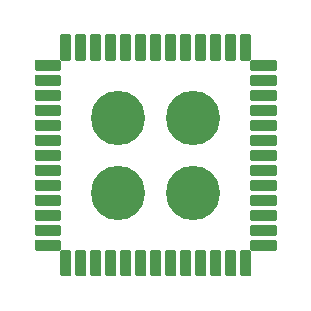
<source format=gbr>
G04 #@! TF.GenerationSoftware,KiCad,Pcbnew,(5.1.9)-1*
G04 #@! TF.CreationDate,2021-05-18T14:16:41+01:00*
G04 #@! TF.ProjectId,RGBtoHDMI Amiga Denise PLCC SMT Breakout FFC,52474274-6f48-4444-9d49-20416d696761,1*
G04 #@! TF.SameCoordinates,Original*
G04 #@! TF.FileFunction,Soldermask,Bot*
G04 #@! TF.FilePolarity,Negative*
%FSLAX46Y46*%
G04 Gerber Fmt 4.6, Leading zero omitted, Abs format (unit mm)*
G04 Created by KiCad (PCBNEW (5.1.9)-1) date 2021-05-18 14:16:41*
%MOMM*%
%LPD*%
G01*
G04 APERTURE LIST*
%ADD10C,4.600000*%
G04 APERTURE END LIST*
D10*
X168529000Y-72898000D03*
X168529000Y-66548000D03*
X162179000Y-72898000D03*
X162179000Y-66548000D03*
G36*
G01*
X155109000Y-77693000D02*
X155109000Y-76993000D01*
G75*
G02*
X155259000Y-76843000I150000J0D01*
G01*
X157184000Y-76843000D01*
G75*
G02*
X157334000Y-76993000I0J-150000D01*
G01*
X157334000Y-77693000D01*
G75*
G02*
X157184000Y-77843000I-150000J0D01*
G01*
X155259000Y-77843000D01*
G75*
G02*
X155109000Y-77693000I0J150000D01*
G01*
G37*
G36*
G01*
X155109000Y-76423000D02*
X155109000Y-75723000D01*
G75*
G02*
X155259000Y-75573000I150000J0D01*
G01*
X157184000Y-75573000D01*
G75*
G02*
X157334000Y-75723000I0J-150000D01*
G01*
X157334000Y-76423000D01*
G75*
G02*
X157184000Y-76573000I-150000J0D01*
G01*
X155259000Y-76573000D01*
G75*
G02*
X155109000Y-76423000I0J150000D01*
G01*
G37*
G36*
G01*
X155109000Y-75153000D02*
X155109000Y-74453000D01*
G75*
G02*
X155259000Y-74303000I150000J0D01*
G01*
X157184000Y-74303000D01*
G75*
G02*
X157334000Y-74453000I0J-150000D01*
G01*
X157334000Y-75153000D01*
G75*
G02*
X157184000Y-75303000I-150000J0D01*
G01*
X155259000Y-75303000D01*
G75*
G02*
X155109000Y-75153000I0J150000D01*
G01*
G37*
G36*
G01*
X155109000Y-73883000D02*
X155109000Y-73183000D01*
G75*
G02*
X155259000Y-73033000I150000J0D01*
G01*
X157184000Y-73033000D01*
G75*
G02*
X157334000Y-73183000I0J-150000D01*
G01*
X157334000Y-73883000D01*
G75*
G02*
X157184000Y-74033000I-150000J0D01*
G01*
X155259000Y-74033000D01*
G75*
G02*
X155109000Y-73883000I0J150000D01*
G01*
G37*
G36*
G01*
X155109000Y-72613000D02*
X155109000Y-71913000D01*
G75*
G02*
X155259000Y-71763000I150000J0D01*
G01*
X157184000Y-71763000D01*
G75*
G02*
X157334000Y-71913000I0J-150000D01*
G01*
X157334000Y-72613000D01*
G75*
G02*
X157184000Y-72763000I-150000J0D01*
G01*
X155259000Y-72763000D01*
G75*
G02*
X155109000Y-72613000I0J150000D01*
G01*
G37*
G36*
G01*
X155109000Y-71343000D02*
X155109000Y-70643000D01*
G75*
G02*
X155259000Y-70493000I150000J0D01*
G01*
X157184000Y-70493000D01*
G75*
G02*
X157334000Y-70643000I0J-150000D01*
G01*
X157334000Y-71343000D01*
G75*
G02*
X157184000Y-71493000I-150000J0D01*
G01*
X155259000Y-71493000D01*
G75*
G02*
X155109000Y-71343000I0J150000D01*
G01*
G37*
G36*
G01*
X155109000Y-70073000D02*
X155109000Y-69373000D01*
G75*
G02*
X155259000Y-69223000I150000J0D01*
G01*
X157184000Y-69223000D01*
G75*
G02*
X157334000Y-69373000I0J-150000D01*
G01*
X157334000Y-70073000D01*
G75*
G02*
X157184000Y-70223000I-150000J0D01*
G01*
X155259000Y-70223000D01*
G75*
G02*
X155109000Y-70073000I0J150000D01*
G01*
G37*
G36*
G01*
X155109000Y-68803000D02*
X155109000Y-68103000D01*
G75*
G02*
X155259000Y-67953000I150000J0D01*
G01*
X157184000Y-67953000D01*
G75*
G02*
X157334000Y-68103000I0J-150000D01*
G01*
X157334000Y-68803000D01*
G75*
G02*
X157184000Y-68953000I-150000J0D01*
G01*
X155259000Y-68953000D01*
G75*
G02*
X155109000Y-68803000I0J150000D01*
G01*
G37*
G36*
G01*
X155109000Y-67533000D02*
X155109000Y-66833000D01*
G75*
G02*
X155259000Y-66683000I150000J0D01*
G01*
X157184000Y-66683000D01*
G75*
G02*
X157334000Y-66833000I0J-150000D01*
G01*
X157334000Y-67533000D01*
G75*
G02*
X157184000Y-67683000I-150000J0D01*
G01*
X155259000Y-67683000D01*
G75*
G02*
X155109000Y-67533000I0J150000D01*
G01*
G37*
G36*
G01*
X155109000Y-66263000D02*
X155109000Y-65563000D01*
G75*
G02*
X155259000Y-65413000I150000J0D01*
G01*
X157184000Y-65413000D01*
G75*
G02*
X157334000Y-65563000I0J-150000D01*
G01*
X157334000Y-66263000D01*
G75*
G02*
X157184000Y-66413000I-150000J0D01*
G01*
X155259000Y-66413000D01*
G75*
G02*
X155109000Y-66263000I0J150000D01*
G01*
G37*
G36*
G01*
X155109000Y-64993000D02*
X155109000Y-64293000D01*
G75*
G02*
X155259000Y-64143000I150000J0D01*
G01*
X157184000Y-64143000D01*
G75*
G02*
X157334000Y-64293000I0J-150000D01*
G01*
X157334000Y-64993000D01*
G75*
G02*
X157184000Y-65143000I-150000J0D01*
G01*
X155259000Y-65143000D01*
G75*
G02*
X155109000Y-64993000I0J150000D01*
G01*
G37*
G36*
G01*
X155109000Y-63723000D02*
X155109000Y-63023000D01*
G75*
G02*
X155259000Y-62873000I150000J0D01*
G01*
X157184000Y-62873000D01*
G75*
G02*
X157334000Y-63023000I0J-150000D01*
G01*
X157334000Y-63723000D01*
G75*
G02*
X157184000Y-63873000I-150000J0D01*
G01*
X155259000Y-63873000D01*
G75*
G02*
X155109000Y-63723000I0J150000D01*
G01*
G37*
G36*
G01*
X155109000Y-62453000D02*
X155109000Y-61753000D01*
G75*
G02*
X155259000Y-61603000I150000J0D01*
G01*
X157184000Y-61603000D01*
G75*
G02*
X157334000Y-61753000I0J-150000D01*
G01*
X157334000Y-62453000D01*
G75*
G02*
X157184000Y-62603000I-150000J0D01*
G01*
X155259000Y-62603000D01*
G75*
G02*
X155109000Y-62453000I0J150000D01*
G01*
G37*
G36*
G01*
X157234000Y-61553000D02*
X157234000Y-59628000D01*
G75*
G02*
X157384000Y-59478000I150000J0D01*
G01*
X158084000Y-59478000D01*
G75*
G02*
X158234000Y-59628000I0J-150000D01*
G01*
X158234000Y-61553000D01*
G75*
G02*
X158084000Y-61703000I-150000J0D01*
G01*
X157384000Y-61703000D01*
G75*
G02*
X157234000Y-61553000I0J150000D01*
G01*
G37*
G36*
G01*
X158504000Y-61553000D02*
X158504000Y-59628000D01*
G75*
G02*
X158654000Y-59478000I150000J0D01*
G01*
X159354000Y-59478000D01*
G75*
G02*
X159504000Y-59628000I0J-150000D01*
G01*
X159504000Y-61553000D01*
G75*
G02*
X159354000Y-61703000I-150000J0D01*
G01*
X158654000Y-61703000D01*
G75*
G02*
X158504000Y-61553000I0J150000D01*
G01*
G37*
G36*
G01*
X159774000Y-61553000D02*
X159774000Y-59628000D01*
G75*
G02*
X159924000Y-59478000I150000J0D01*
G01*
X160624000Y-59478000D01*
G75*
G02*
X160774000Y-59628000I0J-150000D01*
G01*
X160774000Y-61553000D01*
G75*
G02*
X160624000Y-61703000I-150000J0D01*
G01*
X159924000Y-61703000D01*
G75*
G02*
X159774000Y-61553000I0J150000D01*
G01*
G37*
G36*
G01*
X161044000Y-61553000D02*
X161044000Y-59628000D01*
G75*
G02*
X161194000Y-59478000I150000J0D01*
G01*
X161894000Y-59478000D01*
G75*
G02*
X162044000Y-59628000I0J-150000D01*
G01*
X162044000Y-61553000D01*
G75*
G02*
X161894000Y-61703000I-150000J0D01*
G01*
X161194000Y-61703000D01*
G75*
G02*
X161044000Y-61553000I0J150000D01*
G01*
G37*
G36*
G01*
X162314000Y-61553000D02*
X162314000Y-59628000D01*
G75*
G02*
X162464000Y-59478000I150000J0D01*
G01*
X163164000Y-59478000D01*
G75*
G02*
X163314000Y-59628000I0J-150000D01*
G01*
X163314000Y-61553000D01*
G75*
G02*
X163164000Y-61703000I-150000J0D01*
G01*
X162464000Y-61703000D01*
G75*
G02*
X162314000Y-61553000I0J150000D01*
G01*
G37*
G36*
G01*
X163584000Y-61553000D02*
X163584000Y-59628000D01*
G75*
G02*
X163734000Y-59478000I150000J0D01*
G01*
X164434000Y-59478000D01*
G75*
G02*
X164584000Y-59628000I0J-150000D01*
G01*
X164584000Y-61553000D01*
G75*
G02*
X164434000Y-61703000I-150000J0D01*
G01*
X163734000Y-61703000D01*
G75*
G02*
X163584000Y-61553000I0J150000D01*
G01*
G37*
G36*
G01*
X164854000Y-61553000D02*
X164854000Y-59628000D01*
G75*
G02*
X165004000Y-59478000I150000J0D01*
G01*
X165704000Y-59478000D01*
G75*
G02*
X165854000Y-59628000I0J-150000D01*
G01*
X165854000Y-61553000D01*
G75*
G02*
X165704000Y-61703000I-150000J0D01*
G01*
X165004000Y-61703000D01*
G75*
G02*
X164854000Y-61553000I0J150000D01*
G01*
G37*
G36*
G01*
X166124000Y-61553000D02*
X166124000Y-59628000D01*
G75*
G02*
X166274000Y-59478000I150000J0D01*
G01*
X166974000Y-59478000D01*
G75*
G02*
X167124000Y-59628000I0J-150000D01*
G01*
X167124000Y-61553000D01*
G75*
G02*
X166974000Y-61703000I-150000J0D01*
G01*
X166274000Y-61703000D01*
G75*
G02*
X166124000Y-61553000I0J150000D01*
G01*
G37*
G36*
G01*
X167394000Y-61553000D02*
X167394000Y-59628000D01*
G75*
G02*
X167544000Y-59478000I150000J0D01*
G01*
X168244000Y-59478000D01*
G75*
G02*
X168394000Y-59628000I0J-150000D01*
G01*
X168394000Y-61553000D01*
G75*
G02*
X168244000Y-61703000I-150000J0D01*
G01*
X167544000Y-61703000D01*
G75*
G02*
X167394000Y-61553000I0J150000D01*
G01*
G37*
G36*
G01*
X168664000Y-61553000D02*
X168664000Y-59628000D01*
G75*
G02*
X168814000Y-59478000I150000J0D01*
G01*
X169514000Y-59478000D01*
G75*
G02*
X169664000Y-59628000I0J-150000D01*
G01*
X169664000Y-61553000D01*
G75*
G02*
X169514000Y-61703000I-150000J0D01*
G01*
X168814000Y-61703000D01*
G75*
G02*
X168664000Y-61553000I0J150000D01*
G01*
G37*
G36*
G01*
X169934000Y-61553000D02*
X169934000Y-59628000D01*
G75*
G02*
X170084000Y-59478000I150000J0D01*
G01*
X170784000Y-59478000D01*
G75*
G02*
X170934000Y-59628000I0J-150000D01*
G01*
X170934000Y-61553000D01*
G75*
G02*
X170784000Y-61703000I-150000J0D01*
G01*
X170084000Y-61703000D01*
G75*
G02*
X169934000Y-61553000I0J150000D01*
G01*
G37*
G36*
G01*
X171204000Y-61553000D02*
X171204000Y-59628000D01*
G75*
G02*
X171354000Y-59478000I150000J0D01*
G01*
X172054000Y-59478000D01*
G75*
G02*
X172204000Y-59628000I0J-150000D01*
G01*
X172204000Y-61553000D01*
G75*
G02*
X172054000Y-61703000I-150000J0D01*
G01*
X171354000Y-61703000D01*
G75*
G02*
X171204000Y-61553000I0J150000D01*
G01*
G37*
G36*
G01*
X172474000Y-61553000D02*
X172474000Y-59628000D01*
G75*
G02*
X172624000Y-59478000I150000J0D01*
G01*
X173324000Y-59478000D01*
G75*
G02*
X173474000Y-59628000I0J-150000D01*
G01*
X173474000Y-61553000D01*
G75*
G02*
X173324000Y-61703000I-150000J0D01*
G01*
X172624000Y-61703000D01*
G75*
G02*
X172474000Y-61553000I0J150000D01*
G01*
G37*
G36*
G01*
X173374000Y-62453000D02*
X173374000Y-61753000D01*
G75*
G02*
X173524000Y-61603000I150000J0D01*
G01*
X175449000Y-61603000D01*
G75*
G02*
X175599000Y-61753000I0J-150000D01*
G01*
X175599000Y-62453000D01*
G75*
G02*
X175449000Y-62603000I-150000J0D01*
G01*
X173524000Y-62603000D01*
G75*
G02*
X173374000Y-62453000I0J150000D01*
G01*
G37*
G36*
G01*
X173374000Y-63723000D02*
X173374000Y-63023000D01*
G75*
G02*
X173524000Y-62873000I150000J0D01*
G01*
X175449000Y-62873000D01*
G75*
G02*
X175599000Y-63023000I0J-150000D01*
G01*
X175599000Y-63723000D01*
G75*
G02*
X175449000Y-63873000I-150000J0D01*
G01*
X173524000Y-63873000D01*
G75*
G02*
X173374000Y-63723000I0J150000D01*
G01*
G37*
G36*
G01*
X173374000Y-64993000D02*
X173374000Y-64293000D01*
G75*
G02*
X173524000Y-64143000I150000J0D01*
G01*
X175449000Y-64143000D01*
G75*
G02*
X175599000Y-64293000I0J-150000D01*
G01*
X175599000Y-64993000D01*
G75*
G02*
X175449000Y-65143000I-150000J0D01*
G01*
X173524000Y-65143000D01*
G75*
G02*
X173374000Y-64993000I0J150000D01*
G01*
G37*
G36*
G01*
X173374000Y-66263000D02*
X173374000Y-65563000D01*
G75*
G02*
X173524000Y-65413000I150000J0D01*
G01*
X175449000Y-65413000D01*
G75*
G02*
X175599000Y-65563000I0J-150000D01*
G01*
X175599000Y-66263000D01*
G75*
G02*
X175449000Y-66413000I-150000J0D01*
G01*
X173524000Y-66413000D01*
G75*
G02*
X173374000Y-66263000I0J150000D01*
G01*
G37*
G36*
G01*
X173374000Y-67533000D02*
X173374000Y-66833000D01*
G75*
G02*
X173524000Y-66683000I150000J0D01*
G01*
X175449000Y-66683000D01*
G75*
G02*
X175599000Y-66833000I0J-150000D01*
G01*
X175599000Y-67533000D01*
G75*
G02*
X175449000Y-67683000I-150000J0D01*
G01*
X173524000Y-67683000D01*
G75*
G02*
X173374000Y-67533000I0J150000D01*
G01*
G37*
G36*
G01*
X173374000Y-68803000D02*
X173374000Y-68103000D01*
G75*
G02*
X173524000Y-67953000I150000J0D01*
G01*
X175449000Y-67953000D01*
G75*
G02*
X175599000Y-68103000I0J-150000D01*
G01*
X175599000Y-68803000D01*
G75*
G02*
X175449000Y-68953000I-150000J0D01*
G01*
X173524000Y-68953000D01*
G75*
G02*
X173374000Y-68803000I0J150000D01*
G01*
G37*
G36*
G01*
X173374000Y-70073000D02*
X173374000Y-69373000D01*
G75*
G02*
X173524000Y-69223000I150000J0D01*
G01*
X175449000Y-69223000D01*
G75*
G02*
X175599000Y-69373000I0J-150000D01*
G01*
X175599000Y-70073000D01*
G75*
G02*
X175449000Y-70223000I-150000J0D01*
G01*
X173524000Y-70223000D01*
G75*
G02*
X173374000Y-70073000I0J150000D01*
G01*
G37*
G36*
G01*
X173374000Y-71343000D02*
X173374000Y-70643000D01*
G75*
G02*
X173524000Y-70493000I150000J0D01*
G01*
X175449000Y-70493000D01*
G75*
G02*
X175599000Y-70643000I0J-150000D01*
G01*
X175599000Y-71343000D01*
G75*
G02*
X175449000Y-71493000I-150000J0D01*
G01*
X173524000Y-71493000D01*
G75*
G02*
X173374000Y-71343000I0J150000D01*
G01*
G37*
G36*
G01*
X173374000Y-72613000D02*
X173374000Y-71913000D01*
G75*
G02*
X173524000Y-71763000I150000J0D01*
G01*
X175449000Y-71763000D01*
G75*
G02*
X175599000Y-71913000I0J-150000D01*
G01*
X175599000Y-72613000D01*
G75*
G02*
X175449000Y-72763000I-150000J0D01*
G01*
X173524000Y-72763000D01*
G75*
G02*
X173374000Y-72613000I0J150000D01*
G01*
G37*
G36*
G01*
X173374000Y-73883000D02*
X173374000Y-73183000D01*
G75*
G02*
X173524000Y-73033000I150000J0D01*
G01*
X175449000Y-73033000D01*
G75*
G02*
X175599000Y-73183000I0J-150000D01*
G01*
X175599000Y-73883000D01*
G75*
G02*
X175449000Y-74033000I-150000J0D01*
G01*
X173524000Y-74033000D01*
G75*
G02*
X173374000Y-73883000I0J150000D01*
G01*
G37*
G36*
G01*
X173374000Y-75153000D02*
X173374000Y-74453000D01*
G75*
G02*
X173524000Y-74303000I150000J0D01*
G01*
X175449000Y-74303000D01*
G75*
G02*
X175599000Y-74453000I0J-150000D01*
G01*
X175599000Y-75153000D01*
G75*
G02*
X175449000Y-75303000I-150000J0D01*
G01*
X173524000Y-75303000D01*
G75*
G02*
X173374000Y-75153000I0J150000D01*
G01*
G37*
G36*
G01*
X173374000Y-76423000D02*
X173374000Y-75723000D01*
G75*
G02*
X173524000Y-75573000I150000J0D01*
G01*
X175449000Y-75573000D01*
G75*
G02*
X175599000Y-75723000I0J-150000D01*
G01*
X175599000Y-76423000D01*
G75*
G02*
X175449000Y-76573000I-150000J0D01*
G01*
X173524000Y-76573000D01*
G75*
G02*
X173374000Y-76423000I0J150000D01*
G01*
G37*
G36*
G01*
X173374000Y-77693000D02*
X173374000Y-76993000D01*
G75*
G02*
X173524000Y-76843000I150000J0D01*
G01*
X175449000Y-76843000D01*
G75*
G02*
X175599000Y-76993000I0J-150000D01*
G01*
X175599000Y-77693000D01*
G75*
G02*
X175449000Y-77843000I-150000J0D01*
G01*
X173524000Y-77843000D01*
G75*
G02*
X173374000Y-77693000I0J150000D01*
G01*
G37*
G36*
G01*
X157234000Y-79818000D02*
X157234000Y-77893000D01*
G75*
G02*
X157384000Y-77743000I150000J0D01*
G01*
X158084000Y-77743000D01*
G75*
G02*
X158234000Y-77893000I0J-150000D01*
G01*
X158234000Y-79818000D01*
G75*
G02*
X158084000Y-79968000I-150000J0D01*
G01*
X157384000Y-79968000D01*
G75*
G02*
X157234000Y-79818000I0J150000D01*
G01*
G37*
G36*
G01*
X158504000Y-79818000D02*
X158504000Y-77893000D01*
G75*
G02*
X158654000Y-77743000I150000J0D01*
G01*
X159354000Y-77743000D01*
G75*
G02*
X159504000Y-77893000I0J-150000D01*
G01*
X159504000Y-79818000D01*
G75*
G02*
X159354000Y-79968000I-150000J0D01*
G01*
X158654000Y-79968000D01*
G75*
G02*
X158504000Y-79818000I0J150000D01*
G01*
G37*
G36*
G01*
X159774000Y-79818000D02*
X159774000Y-77893000D01*
G75*
G02*
X159924000Y-77743000I150000J0D01*
G01*
X160624000Y-77743000D01*
G75*
G02*
X160774000Y-77893000I0J-150000D01*
G01*
X160774000Y-79818000D01*
G75*
G02*
X160624000Y-79968000I-150000J0D01*
G01*
X159924000Y-79968000D01*
G75*
G02*
X159774000Y-79818000I0J150000D01*
G01*
G37*
G36*
G01*
X161044000Y-79818000D02*
X161044000Y-77893000D01*
G75*
G02*
X161194000Y-77743000I150000J0D01*
G01*
X161894000Y-77743000D01*
G75*
G02*
X162044000Y-77893000I0J-150000D01*
G01*
X162044000Y-79818000D01*
G75*
G02*
X161894000Y-79968000I-150000J0D01*
G01*
X161194000Y-79968000D01*
G75*
G02*
X161044000Y-79818000I0J150000D01*
G01*
G37*
G36*
G01*
X162314000Y-79818000D02*
X162314000Y-77893000D01*
G75*
G02*
X162464000Y-77743000I150000J0D01*
G01*
X163164000Y-77743000D01*
G75*
G02*
X163314000Y-77893000I0J-150000D01*
G01*
X163314000Y-79818000D01*
G75*
G02*
X163164000Y-79968000I-150000J0D01*
G01*
X162464000Y-79968000D01*
G75*
G02*
X162314000Y-79818000I0J150000D01*
G01*
G37*
G36*
G01*
X163584000Y-79818000D02*
X163584000Y-77893000D01*
G75*
G02*
X163734000Y-77743000I150000J0D01*
G01*
X164434000Y-77743000D01*
G75*
G02*
X164584000Y-77893000I0J-150000D01*
G01*
X164584000Y-79818000D01*
G75*
G02*
X164434000Y-79968000I-150000J0D01*
G01*
X163734000Y-79968000D01*
G75*
G02*
X163584000Y-79818000I0J150000D01*
G01*
G37*
G36*
G01*
X172474000Y-79818000D02*
X172474000Y-77893000D01*
G75*
G02*
X172624000Y-77743000I150000J0D01*
G01*
X173324000Y-77743000D01*
G75*
G02*
X173474000Y-77893000I0J-150000D01*
G01*
X173474000Y-79818000D01*
G75*
G02*
X173324000Y-79968000I-150000J0D01*
G01*
X172624000Y-79968000D01*
G75*
G02*
X172474000Y-79818000I0J150000D01*
G01*
G37*
G36*
G01*
X171204000Y-79818000D02*
X171204000Y-77893000D01*
G75*
G02*
X171354000Y-77743000I150000J0D01*
G01*
X172054000Y-77743000D01*
G75*
G02*
X172204000Y-77893000I0J-150000D01*
G01*
X172204000Y-79818000D01*
G75*
G02*
X172054000Y-79968000I-150000J0D01*
G01*
X171354000Y-79968000D01*
G75*
G02*
X171204000Y-79818000I0J150000D01*
G01*
G37*
G36*
G01*
X169934000Y-79818000D02*
X169934000Y-77893000D01*
G75*
G02*
X170084000Y-77743000I150000J0D01*
G01*
X170784000Y-77743000D01*
G75*
G02*
X170934000Y-77893000I0J-150000D01*
G01*
X170934000Y-79818000D01*
G75*
G02*
X170784000Y-79968000I-150000J0D01*
G01*
X170084000Y-79968000D01*
G75*
G02*
X169934000Y-79818000I0J150000D01*
G01*
G37*
G36*
G01*
X168664000Y-79818000D02*
X168664000Y-77893000D01*
G75*
G02*
X168814000Y-77743000I150000J0D01*
G01*
X169514000Y-77743000D01*
G75*
G02*
X169664000Y-77893000I0J-150000D01*
G01*
X169664000Y-79818000D01*
G75*
G02*
X169514000Y-79968000I-150000J0D01*
G01*
X168814000Y-79968000D01*
G75*
G02*
X168664000Y-79818000I0J150000D01*
G01*
G37*
G36*
G01*
X167394000Y-79818000D02*
X167394000Y-77893000D01*
G75*
G02*
X167544000Y-77743000I150000J0D01*
G01*
X168244000Y-77743000D01*
G75*
G02*
X168394000Y-77893000I0J-150000D01*
G01*
X168394000Y-79818000D01*
G75*
G02*
X168244000Y-79968000I-150000J0D01*
G01*
X167544000Y-79968000D01*
G75*
G02*
X167394000Y-79818000I0J150000D01*
G01*
G37*
G36*
G01*
X166124000Y-79818000D02*
X166124000Y-77893000D01*
G75*
G02*
X166274000Y-77743000I150000J0D01*
G01*
X166974000Y-77743000D01*
G75*
G02*
X167124000Y-77893000I0J-150000D01*
G01*
X167124000Y-79818000D01*
G75*
G02*
X166974000Y-79968000I-150000J0D01*
G01*
X166274000Y-79968000D01*
G75*
G02*
X166124000Y-79818000I0J150000D01*
G01*
G37*
G36*
G01*
X164854000Y-79818000D02*
X164854000Y-77893000D01*
G75*
G02*
X165004000Y-77743000I150000J0D01*
G01*
X165704000Y-77743000D01*
G75*
G02*
X165854000Y-77893000I0J-150000D01*
G01*
X165854000Y-79818000D01*
G75*
G02*
X165704000Y-79968000I-150000J0D01*
G01*
X165004000Y-79968000D01*
G75*
G02*
X164854000Y-79818000I0J150000D01*
G01*
G37*
M02*

</source>
